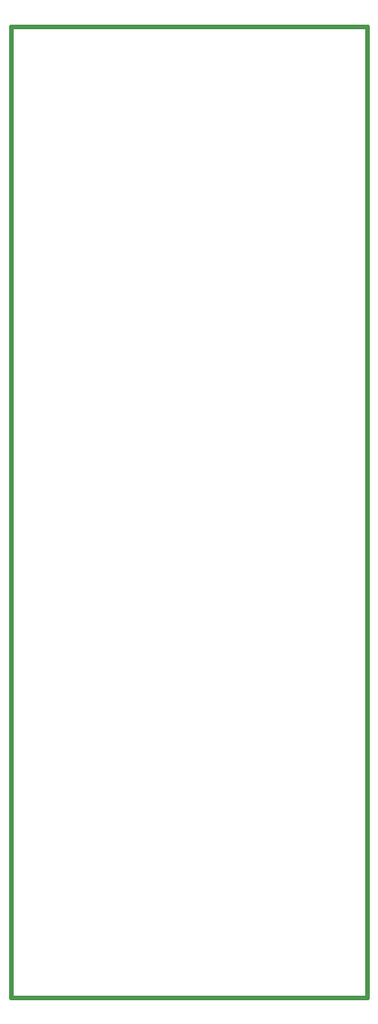
<source format=gbr>
%TF.GenerationSoftware,KiCad,Pcbnew,8.0.7*%
%TF.CreationDate,2025-01-08T02:27:14-05:00*%
%TF.ProjectId,active-drag-system,61637469-7665-42d6-9472-61672d737973,rev?*%
%TF.SameCoordinates,Original*%
%TF.FileFunction,Profile,NP*%
%FSLAX46Y46*%
G04 Gerber Fmt 4.6, Leading zero omitted, Abs format (unit mm)*
G04 Created by KiCad (PCBNEW 8.0.7) date 2025-01-08 02:27:14*
%MOMM*%
%LPD*%
G01*
G04 APERTURE LIST*
%TA.AperFunction,Profile*%
%ADD10C,0.400000*%
%TD*%
G04 APERTURE END LIST*
D10*
X131500000Y-60400000D02*
X164500000Y-60400000D01*
X164500000Y-150400000D01*
X131500000Y-150400000D01*
X131500000Y-60400000D01*
M02*

</source>
